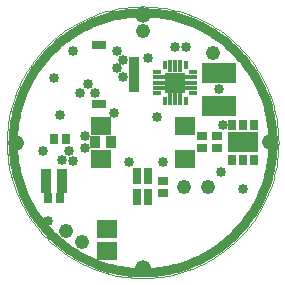
<source format=gts>
G04 EAGLE Gerber RS-274X export*
G75*
%MOMM*%
%FSLAX35Y35*%
%LPD*%
%INsolder_mask_top*%
%IPPOS*%
%AMOC8*
5,1,8,0,0,1.08239X$1,22.5*%
G01*
%ADD10C,0.750000*%
%ADD11C,0.010000*%
%ADD12R,0.903200X1.103200*%
%ADD13R,1.703200X1.703200*%
%ADD14R,0.453200X1.003200*%
%ADD15R,1.003200X0.453200*%
%ADD16R,0.753200X0.453200*%
%ADD17R,0.453200X0.753200*%
%ADD18R,2.503200X1.703200*%
%ADD19R,0.663200X0.913200*%
%ADD20R,0.903200X0.803200*%
%ADD21R,2.903200X1.803200*%
%ADD22R,0.803200X0.903200*%
%ADD23R,1.703200X1.503200*%
%ADD24R,1.803200X1.603200*%
%ADD25R,0.903200X0.503200*%
%ADD26R,1.203200X0.803200*%
%ADD27C,1.219200*%
%ADD28R,0.803200X1.403200*%
%ADD29C,0.853200*%
%ADD30C,1.328200*%


D10*
X0Y1100000D02*
X-26786Y1099674D01*
X-53556Y1098695D01*
X-80295Y1097066D01*
X-106986Y1094785D01*
X-133613Y1091855D01*
X-160161Y1088278D01*
X-186614Y1084055D01*
X-212957Y1079189D01*
X-239173Y1073683D01*
X-265248Y1067541D01*
X-291165Y1060765D01*
X-316909Y1053361D01*
X-342465Y1045331D01*
X-367819Y1036682D01*
X-392954Y1027418D01*
X-417856Y1017544D01*
X-442510Y1007067D01*
X-466902Y995993D01*
X-491017Y984328D01*
X-514841Y972080D01*
X-538360Y959254D01*
X-561559Y945860D01*
X-584425Y931905D01*
X-606945Y917398D01*
X-629104Y902346D01*
X-650891Y886759D01*
X-672291Y870646D01*
X-693293Y854017D01*
X-713883Y836881D01*
X-734051Y819249D01*
X-753783Y801132D01*
X-773067Y782539D01*
X-791894Y763482D01*
X-810251Y743972D01*
X-828127Y724021D01*
X-845512Y703640D01*
X-862395Y682843D01*
X-878768Y661640D01*
X-894619Y640045D01*
X-909939Y618070D01*
X-924720Y595729D01*
X-938952Y573034D01*
X-952628Y550000D01*
X-965739Y526639D01*
X-978276Y502967D01*
X-990234Y478995D01*
X-1001604Y454740D01*
X-1012381Y430215D01*
X-1022557Y405435D01*
X-1032126Y380415D01*
X-1041084Y355168D01*
X-1049424Y329712D01*
X-1057141Y304059D01*
X-1064232Y278227D01*
X-1070692Y252229D01*
X-1076516Y226082D01*
X-1081702Y199801D01*
X-1086247Y173401D01*
X-1090147Y146898D01*
X-1093401Y120308D01*
X-1096006Y93647D01*
X-1097962Y66931D01*
X-1099266Y40174D01*
X-1099918Y13394D01*
X-1099918Y-13394D01*
X-1099266Y-40174D01*
X-1097962Y-66931D01*
X-1096006Y-93647D01*
X-1093401Y-120308D01*
X-1090147Y-146898D01*
X-1086247Y-173401D01*
X-1081702Y-199801D01*
X-1076516Y-226082D01*
X-1070692Y-252229D01*
X-1064232Y-278227D01*
X-1057141Y-304059D01*
X-1049424Y-329712D01*
X-1041084Y-355168D01*
X-1032126Y-380415D01*
X-1022557Y-405435D01*
X-1012381Y-430215D01*
X-1001604Y-454740D01*
X-990234Y-478995D01*
X-978276Y-502967D01*
X-965739Y-526639D01*
X-952628Y-550000D01*
X-938952Y-573034D01*
X-924720Y-595729D01*
X-909939Y-618070D01*
X-894619Y-640045D01*
X-878768Y-661640D01*
X-862395Y-682843D01*
X-845512Y-703640D01*
X-828127Y-724021D01*
X-810251Y-743972D01*
X-791894Y-763482D01*
X-773067Y-782539D01*
X-753783Y-801132D01*
X-734051Y-819249D01*
X-713883Y-836881D01*
X-693293Y-854017D01*
X-672291Y-870646D01*
X-650891Y-886759D01*
X-629104Y-902346D01*
X-606945Y-917398D01*
X-584425Y-931905D01*
X-561559Y-945860D01*
X-538360Y-959254D01*
X-514841Y-972080D01*
X-491017Y-984328D01*
X-466902Y-995993D01*
X-442510Y-1007067D01*
X-417856Y-1017544D01*
X-392954Y-1027418D01*
X-367819Y-1036682D01*
X-342465Y-1045331D01*
X-316909Y-1053361D01*
X-291165Y-1060765D01*
X-265248Y-1067541D01*
X-239173Y-1073683D01*
X-212957Y-1079189D01*
X-186614Y-1084055D01*
X-160161Y-1088278D01*
X-133613Y-1091855D01*
X-106986Y-1094785D01*
X-80295Y-1097066D01*
X-53556Y-1098695D01*
X-26786Y-1099674D01*
X0Y-1100000D01*
X26786Y-1099674D01*
X53556Y-1098695D01*
X80295Y-1097066D01*
X106986Y-1094785D01*
X133613Y-1091855D01*
X160161Y-1088278D01*
X186614Y-1084055D01*
X212957Y-1079189D01*
X239173Y-1073683D01*
X265248Y-1067541D01*
X291165Y-1060765D01*
X316909Y-1053361D01*
X342465Y-1045331D01*
X367819Y-1036682D01*
X392954Y-1027418D01*
X417856Y-1017544D01*
X442510Y-1007067D01*
X466902Y-995993D01*
X491017Y-984328D01*
X514841Y-972080D01*
X538360Y-959254D01*
X561559Y-945860D01*
X584425Y-931905D01*
X606945Y-917398D01*
X629104Y-902346D01*
X650891Y-886759D01*
X672291Y-870646D01*
X693293Y-854017D01*
X713883Y-836881D01*
X734051Y-819249D01*
X753783Y-801132D01*
X773067Y-782539D01*
X791894Y-763482D01*
X810251Y-743972D01*
X828127Y-724021D01*
X845512Y-703640D01*
X862395Y-682843D01*
X878768Y-661640D01*
X894619Y-640045D01*
X909939Y-618070D01*
X924720Y-595729D01*
X938952Y-573034D01*
X952628Y-550000D01*
X965739Y-526639D01*
X978276Y-502967D01*
X990234Y-478995D01*
X1001604Y-454740D01*
X1012381Y-430215D01*
X1022557Y-405435D01*
X1032126Y-380415D01*
X1041084Y-355168D01*
X1049424Y-329712D01*
X1057141Y-304059D01*
X1064232Y-278227D01*
X1070692Y-252229D01*
X1076516Y-226082D01*
X1081702Y-199801D01*
X1086247Y-173401D01*
X1090147Y-146898D01*
X1093401Y-120308D01*
X1096006Y-93647D01*
X1097962Y-66931D01*
X1099266Y-40174D01*
X1099918Y-13394D01*
X1099918Y13394D01*
X1099266Y40174D01*
X1097962Y66931D01*
X1096006Y93647D01*
X1093401Y120308D01*
X1090147Y146898D01*
X1086247Y173401D01*
X1081702Y199801D01*
X1076516Y226082D01*
X1070692Y252229D01*
X1064232Y278227D01*
X1057141Y304059D01*
X1049424Y329712D01*
X1041084Y355168D01*
X1032126Y380415D01*
X1022557Y405435D01*
X1012381Y430215D01*
X1001604Y454740D01*
X990234Y478995D01*
X978276Y502967D01*
X965739Y526639D01*
X952628Y550000D01*
X938952Y573034D01*
X924720Y595729D01*
X909939Y618070D01*
X894619Y640045D01*
X878768Y661640D01*
X862395Y682843D01*
X845512Y703640D01*
X828127Y724021D01*
X810251Y743972D01*
X791894Y763482D01*
X773067Y782539D01*
X753783Y801132D01*
X734051Y819249D01*
X713883Y836881D01*
X693293Y854017D01*
X672291Y870646D01*
X650891Y886759D01*
X629104Y902346D01*
X606945Y917398D01*
X584425Y931905D01*
X561559Y945860D01*
X538360Y959254D01*
X514841Y972080D01*
X491017Y984328D01*
X466902Y995993D01*
X442510Y1007067D01*
X417856Y1017544D01*
X392954Y1027418D01*
X367819Y1036682D01*
X342465Y1045331D01*
X316909Y1053361D01*
X291165Y1060765D01*
X265248Y1067541D01*
X239173Y1073683D01*
X212957Y1079189D01*
X186614Y1084055D01*
X160161Y1088278D01*
X133613Y1091855D01*
X106986Y1094785D01*
X80295Y1097066D01*
X53556Y1098695D01*
X26786Y1099674D01*
X0Y1100000D01*
D11*
X-1150000Y0D02*
X-1149654Y28222D01*
X-1148615Y56428D01*
X-1146884Y84599D01*
X-1144462Y112720D01*
X-1141351Y140772D01*
X-1137553Y168740D01*
X-1133069Y196606D01*
X-1127903Y224354D01*
X-1122057Y251966D01*
X-1115536Y279427D01*
X-1108342Y306720D01*
X-1100481Y333827D01*
X-1091957Y360734D01*
X-1082776Y387423D01*
X-1072942Y413879D01*
X-1062461Y440086D01*
X-1051341Y466028D01*
X-1039588Y491688D01*
X-1027208Y517053D01*
X-1014209Y542106D01*
X-1000600Y566833D01*
X-986388Y591218D01*
X-971582Y615247D01*
X-956190Y638906D01*
X-940223Y662179D01*
X-923689Y685054D01*
X-906598Y707516D01*
X-888962Y729552D01*
X-870790Y751149D01*
X-852094Y772293D01*
X-832884Y792972D01*
X-813173Y813173D01*
X-792972Y832884D01*
X-772293Y852094D01*
X-751149Y870790D01*
X-729552Y888962D01*
X-707516Y906598D01*
X-685054Y923689D01*
X-662179Y940223D01*
X-638906Y956190D01*
X-615247Y971582D01*
X-591218Y986388D01*
X-566833Y1000600D01*
X-542106Y1014209D01*
X-517053Y1027208D01*
X-491688Y1039588D01*
X-466028Y1051341D01*
X-440086Y1062461D01*
X-413879Y1072942D01*
X-387423Y1082776D01*
X-360734Y1091957D01*
X-333827Y1100481D01*
X-306720Y1108342D01*
X-279427Y1115536D01*
X-251966Y1122057D01*
X-224354Y1127903D01*
X-196606Y1133069D01*
X-168740Y1137553D01*
X-140772Y1141351D01*
X-112720Y1144462D01*
X-84599Y1146884D01*
X-56428Y1148615D01*
X-28222Y1149654D01*
X0Y1150000D01*
X28222Y1149654D01*
X56428Y1148615D01*
X84599Y1146884D01*
X112720Y1144462D01*
X140772Y1141351D01*
X168740Y1137553D01*
X196606Y1133069D01*
X224354Y1127903D01*
X251966Y1122057D01*
X279427Y1115536D01*
X306720Y1108342D01*
X333827Y1100481D01*
X360734Y1091957D01*
X387423Y1082776D01*
X413879Y1072942D01*
X440086Y1062461D01*
X466028Y1051341D01*
X491688Y1039588D01*
X517053Y1027208D01*
X542106Y1014209D01*
X566833Y1000600D01*
X591218Y986388D01*
X615247Y971582D01*
X638906Y956190D01*
X662179Y940223D01*
X685054Y923689D01*
X707516Y906598D01*
X729552Y888962D01*
X751149Y870790D01*
X772293Y852094D01*
X792972Y832884D01*
X813173Y813173D01*
X832884Y792972D01*
X852094Y772293D01*
X870790Y751149D01*
X888962Y729552D01*
X906598Y707516D01*
X923689Y685054D01*
X940223Y662179D01*
X956190Y638906D01*
X971582Y615247D01*
X986388Y591218D01*
X1000600Y566833D01*
X1014209Y542106D01*
X1027208Y517053D01*
X1039588Y491688D01*
X1051341Y466028D01*
X1062461Y440086D01*
X1072942Y413879D01*
X1082776Y387423D01*
X1091957Y360734D01*
X1100481Y333827D01*
X1108342Y306720D01*
X1115536Y279427D01*
X1122057Y251966D01*
X1127903Y224354D01*
X1133069Y196606D01*
X1137553Y168740D01*
X1141351Y140772D01*
X1144462Y112720D01*
X1146884Y84599D01*
X1148615Y56428D01*
X1149654Y28222D01*
X1150000Y0D01*
X1149654Y-28222D01*
X1148615Y-56428D01*
X1146884Y-84599D01*
X1144462Y-112720D01*
X1141351Y-140772D01*
X1137553Y-168740D01*
X1133069Y-196606D01*
X1127903Y-224354D01*
X1122057Y-251966D01*
X1115536Y-279427D01*
X1108342Y-306720D01*
X1100481Y-333827D01*
X1091957Y-360734D01*
X1082776Y-387423D01*
X1072942Y-413879D01*
X1062461Y-440086D01*
X1051341Y-466028D01*
X1039588Y-491688D01*
X1027208Y-517053D01*
X1014209Y-542106D01*
X1000600Y-566833D01*
X986388Y-591218D01*
X971582Y-615247D01*
X956190Y-638906D01*
X940223Y-662179D01*
X923689Y-685054D01*
X906598Y-707516D01*
X888962Y-729552D01*
X870790Y-751149D01*
X852094Y-772293D01*
X832884Y-792972D01*
X813173Y-813173D01*
X792972Y-832884D01*
X772293Y-852094D01*
X751149Y-870790D01*
X729552Y-888962D01*
X707516Y-906598D01*
X685054Y-923689D01*
X662179Y-940223D01*
X638906Y-956190D01*
X615247Y-971582D01*
X591218Y-986388D01*
X566833Y-1000600D01*
X542106Y-1014209D01*
X517053Y-1027208D01*
X491688Y-1039588D01*
X466028Y-1051341D01*
X440086Y-1062461D01*
X413879Y-1072942D01*
X387423Y-1082776D01*
X360734Y-1091957D01*
X333827Y-1100481D01*
X306720Y-1108342D01*
X279427Y-1115536D01*
X251966Y-1122057D01*
X224354Y-1127903D01*
X196606Y-1133069D01*
X168740Y-1137553D01*
X140772Y-1141351D01*
X112720Y-1144462D01*
X84599Y-1146884D01*
X56428Y-1148615D01*
X28222Y-1149654D01*
X0Y-1150000D01*
X-28222Y-1149654D01*
X-56428Y-1148615D01*
X-84599Y-1146884D01*
X-112720Y-1144462D01*
X-140772Y-1141351D01*
X-168740Y-1137553D01*
X-196606Y-1133069D01*
X-224354Y-1127903D01*
X-251966Y-1122057D01*
X-279427Y-1115536D01*
X-306720Y-1108342D01*
X-333827Y-1100481D01*
X-360734Y-1091957D01*
X-387423Y-1082776D01*
X-413879Y-1072942D01*
X-440086Y-1062461D01*
X-466028Y-1051341D01*
X-491688Y-1039588D01*
X-517053Y-1027208D01*
X-542106Y-1014209D01*
X-566833Y-1000600D01*
X-591218Y-986388D01*
X-615247Y-971582D01*
X-638906Y-956190D01*
X-662179Y-940223D01*
X-685054Y-923689D01*
X-707516Y-906598D01*
X-729552Y-888962D01*
X-751149Y-870790D01*
X-772293Y-852094D01*
X-792972Y-832884D01*
X-813173Y-813173D01*
X-832884Y-792972D01*
X-852094Y-772293D01*
X-870790Y-751149D01*
X-888962Y-729552D01*
X-906598Y-707516D01*
X-923689Y-685054D01*
X-940223Y-662179D01*
X-956190Y-638906D01*
X-971582Y-615247D01*
X-986388Y-591218D01*
X-1000600Y-566833D01*
X-1014209Y-542106D01*
X-1027208Y-517053D01*
X-1039588Y-491688D01*
X-1051341Y-466028D01*
X-1062461Y-440086D01*
X-1072942Y-413879D01*
X-1082776Y-387423D01*
X-1091957Y-360734D01*
X-1100481Y-333827D01*
X-1108342Y-306720D01*
X-1115536Y-279427D01*
X-1122057Y-251966D01*
X-1127903Y-224354D01*
X-1133069Y-196606D01*
X-1137553Y-168740D01*
X-1141351Y-140772D01*
X-1144462Y-112720D01*
X-1146884Y-84599D01*
X-1148615Y-56428D01*
X-1149654Y-28222D01*
X-1150000Y0D01*
D12*
X-270000Y0D03*
X-400000Y0D03*
D13*
X275000Y505000D03*
D14*
X230000Y645000D03*
X275000Y645000D03*
X320000Y645000D03*
X230000Y365000D03*
X275000Y365000D03*
X320000Y365000D03*
D15*
X410000Y460000D03*
X410000Y505000D03*
X410000Y550000D03*
X135000Y460000D03*
X135000Y505000D03*
X135000Y550000D03*
D16*
X123000Y415000D03*
D17*
X185000Y353000D03*
X185000Y657000D03*
D16*
X123000Y595000D03*
D17*
X365000Y657000D03*
X365000Y353000D03*
D16*
X423000Y415000D03*
X423000Y595000D03*
D18*
X850000Y0D03*
D19*
X944000Y148000D03*
X850000Y148000D03*
X756000Y148000D03*
X850000Y-148000D03*
X755000Y-148000D03*
X945000Y-148000D03*
D20*
X500000Y50000D03*
X500000Y-50000D03*
D21*
X650000Y310000D03*
X650000Y590000D03*
D22*
X-700000Y-475000D03*
X-800000Y-475000D03*
D23*
X-300000Y-920000D03*
X-300000Y-730000D03*
D20*
X625000Y50000D03*
X625000Y-50000D03*
D24*
X355600Y139700D03*
X355600Y-139700D03*
X-355600Y-139700D03*
X-355600Y139700D03*
D25*
X-73000Y550000D03*
X-73000Y600000D03*
X-73000Y650000D03*
X-73000Y500000D03*
X-73000Y450000D03*
X-73000Y700000D03*
D26*
X-373000Y825000D03*
X-373000Y325000D03*
D20*
X175000Y-425000D03*
X175000Y-325000D03*
D27*
X0Y940000D03*
X-650000Y-750000D03*
X-510000Y-840000D03*
X595000Y760000D03*
X550000Y-375000D03*
X350000Y-375000D03*
D28*
X48000Y-285000D03*
X-48000Y-285000D03*
X-48000Y-465000D03*
X48000Y-465000D03*
D12*
X-685000Y-275000D03*
X-815000Y-275000D03*
X-685000Y-375000D03*
X-815000Y-375000D03*
D22*
X-750000Y25000D03*
X-650000Y25000D03*
D29*
X45000Y715000D03*
X650000Y450000D03*
D30*
X0Y1075000D03*
X-1075000Y-10000D03*
X0Y-1065000D03*
X1075000Y0D03*
D29*
X170000Y-170000D03*
X-700000Y230000D03*
X-120000Y-170000D03*
X125000Y215000D03*
X270000Y810000D03*
X680000Y150000D03*
X-680000Y-150000D03*
X-590000Y770000D03*
X660000Y-250000D03*
X-490000Y-45000D03*
X-220000Y770000D03*
X-590000Y-160000D03*
X-840000Y-70000D03*
X850000Y-395000D03*
X-400000Y420000D03*
X-750000Y545000D03*
X370000Y810000D03*
X-797500Y-667500D03*
X-170000Y550000D03*
X650000Y310000D03*
X-625000Y-75000D03*
X-220000Y630000D03*
X-170000Y700000D03*
X-460000Y490000D03*
X-240000Y250000D03*
X-530000Y420000D03*
X-486000Y56000D03*
M02*

</source>
